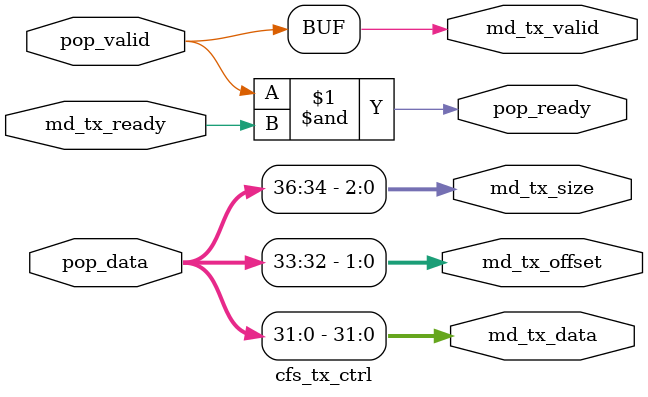
<source format=sv>
`ifndef CFS_TX_CTRL_V
`define CFS_TX_CTRL_V

module cfs_tx_ctrl #(
    parameter ALGN_DATA_WIDTH = 32,

    localparam int unsigned ALGN_OFFSET_WIDTH = ALGN_DATA_WIDTH <= 8 ? 1 : $clog2(
        ALGN_DATA_WIDTH / 8
    ),
    localparam int unsigned ALGN_SIZE_WIDTH = $clog2(ALGN_DATA_WIDTH / 8) + 1,
    localparam int unsigned FIFO_DATA_WIDTH   = ALGN_DATA_WIDTH + ALGN_OFFSET_WIDTH + ALGN_SIZE_WIDTH
) (
    input                             pop_valid,
    input       [FIFO_DATA_WIDTH-1:0] pop_data,
    output wire                       pop_ready,

    output wire                         md_tx_valid,
    output wire [  ALGN_DATA_WIDTH-1:0] md_tx_data,
    output wire [ALGN_OFFSET_WIDTH-1:0] md_tx_offset,
    output wire [  ALGN_SIZE_WIDTH-1:0] md_tx_size,
    input                               md_tx_ready
);

    localparam int unsigned DATA_MSB = ALGN_DATA_WIDTH - 1;
    localparam int unsigned DATA_LSB = 0;

    localparam int unsigned OFFSET_MSB = ALGN_DATA_WIDTH+ALGN_OFFSET_WIDTH-1;
    localparam int unsigned OFFSET_LSB = ALGN_DATA_WIDTH;

    localparam int unsigned SIZE_MSB = ALGN_DATA_WIDTH+ALGN_OFFSET_WIDTH+ALGN_SIZE_WIDTH-1;
    localparam int unsigned SIZE_LSB = ALGN_DATA_WIDTH + ALGN_OFFSET_WIDTH;

    assign pop_ready    = pop_valid & md_tx_ready;
    assign md_tx_valid  = pop_valid;
    assign md_tx_data   = pop_data[DATA_MSB:DATA_LSB];
    assign md_tx_offset = pop_data[OFFSET_MSB:OFFSET_LSB];
    assign md_tx_size   = pop_data[SIZE_MSB:SIZE_LSB];

endmodule

`endif

</source>
